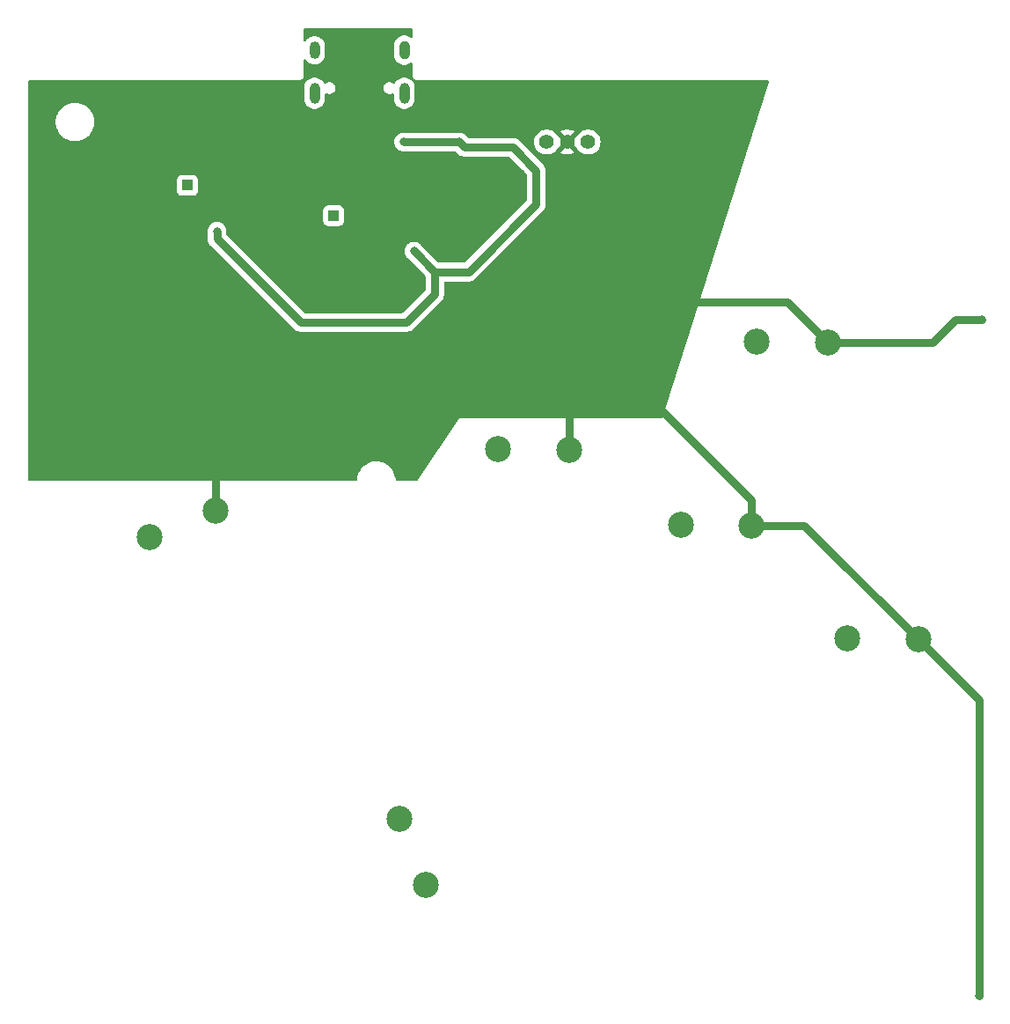
<source format=gbr>
%TF.GenerationSoftware,KiCad,Pcbnew,8.0.4*%
%TF.CreationDate,2024-07-25T19:53:29-07:00*%
%TF.ProjectId,panel_1,70616e65-6c5f-4312-9e6b-696361645f70,rev?*%
%TF.SameCoordinates,Original*%
%TF.FileFunction,Copper,L2,Bot*%
%TF.FilePolarity,Positive*%
%FSLAX46Y46*%
G04 Gerber Fmt 4.6, Leading zero omitted, Abs format (unit mm)*
G04 Created by KiCad (PCBNEW 8.0.4) date 2024-07-25 19:53:29*
%MOMM*%
%LPD*%
G01*
G04 APERTURE LIST*
%TA.AperFunction,ComponentPad*%
%ADD10C,2.500000*%
%TD*%
%TA.AperFunction,ComponentPad*%
%ADD11C,0.600000*%
%TD*%
%TA.AperFunction,ComponentPad*%
%ADD12R,1.000000X1.000000*%
%TD*%
%TA.AperFunction,ComponentPad*%
%ADD13C,1.400000*%
%TD*%
%TA.AperFunction,ComponentPad*%
%ADD14O,1.000000X2.000000*%
%TD*%
%TA.AperFunction,ComponentPad*%
%ADD15O,1.000000X1.800000*%
%TD*%
%TA.AperFunction,ComponentPad*%
%ADD16O,1.000000X1.700000*%
%TD*%
%TA.AperFunction,ViaPad*%
%ADD17C,0.800000*%
%TD*%
%TA.AperFunction,Conductor*%
%ADD18C,0.800000*%
%TD*%
G04 APERTURE END LIST*
D10*
%TO.P,SW8_DP,1,1*%
%TO.N,L2*%
X56190000Y-69451696D03*
%TO.P,SW8_DP,2,2*%
%TO.N,GND*%
X62540000Y-66911696D03*
%TD*%
D11*
%TO.P,,57,GND*%
%TO.N,GND*%
X83700000Y-36840000D03*
%TD*%
%TO.P,,57,GND*%
%TO.N,GND*%
X84716000Y-36840000D03*
%TD*%
D10*
%TO.P,SW19_LEFT,1,1*%
%TO.N,LEFT*%
X89686902Y-60919565D03*
%TO.P,SW19_LEFT,2,2*%
%TO.N,GND*%
X96525553Y-61002951D03*
%TD*%
D12*
%TO.P,TP1,1,1*%
%TO.N,+3.3V*%
X59800000Y-35600000D03*
%TD*%
D10*
%TO.P,SW20_RIGHT,1,1*%
%TO.N,RIGHT*%
X123355978Y-79195322D03*
%TO.P,SW20_RIGHT,2,2*%
%TO.N,GND*%
X130194629Y-79278708D03*
%TD*%
D11*
%TO.P,,57,GND*%
%TO.N,GND*%
X85732000Y-35824000D03*
%TD*%
%TO.P,,57,GND*%
%TO.N,GND*%
X85732000Y-37856000D03*
%TD*%
D10*
%TO.P,SW16_SPACE,1,1*%
%TO.N,/Buttons/SPACE*%
X82770000Y-102870000D03*
%TO.P,SW16_SPACE,2,2*%
%TO.N,GND*%
X80230000Y-96520000D03*
%TD*%
D11*
%TO.P,,57,GND*%
%TO.N,GND*%
X85732000Y-36840000D03*
%TD*%
%TO.P,,57,GND*%
%TO.N,GND*%
X83700000Y-37856000D03*
%TD*%
D13*
%TO.P,J2,1,Pin_1*%
%TO.N,/Main/SWCLK*%
X98380000Y-31430000D03*
%TO.P,J2,2,Pin_2*%
%TO.N,GND*%
X96380000Y-31430000D03*
%TO.P,J2,3,Pin_3*%
%TO.N,/Main/SWDIO*%
X94380000Y-31430000D03*
%TD*%
D11*
%TO.P,,57,GND*%
%TO.N,GND*%
X83700000Y-35824000D03*
%TD*%
D10*
%TO.P,SW17_W,1,1*%
%TO.N,W*%
X114576926Y-50609779D03*
%TO.P,SW17_W,2,2*%
%TO.N,GND*%
X121415577Y-50693165D03*
%TD*%
D11*
%TO.P,,57,GND*%
%TO.N,GND*%
X84716000Y-35824000D03*
%TD*%
%TO.P,,57,GND*%
%TO.N,GND*%
X84716000Y-37856000D03*
%TD*%
D14*
%TO.P,J1,S1,SHIELD*%
%TO.N,Net-(J1-SHIELD)*%
X80700000Y-26745000D03*
D15*
X80700000Y-22605000D03*
D14*
X72060000Y-26745000D03*
D16*
X72060000Y-22605000D03*
%TD*%
D12*
%TO.P,TP2,1,1*%
%TO.N,+1V1*%
X73900000Y-38500000D03*
%TD*%
D10*
%TO.P,SW18_DOWN,1,1*%
%TO.N,DOWN*%
X107286807Y-68209684D03*
%TO.P,SW18_DOWN,2,2*%
%TO.N,GND*%
X114125458Y-68293070D03*
%TD*%
D17*
%TO.N,GND*%
X136000000Y-113500000D03*
X81668000Y-45222000D03*
X71880000Y-33930000D03*
X70873000Y-31252000D03*
X136250000Y-48500000D03*
X54880000Y-39930000D03*
X62745000Y-29220000D03*
X78880000Y-30930000D03*
X98813000Y-35189000D03*
X89380000Y-43430000D03*
X91880000Y-34430000D03*
X76778500Y-41602500D03*
X88500000Y-29000000D03*
X89669000Y-38364000D03*
X68968000Y-39761000D03*
%TO.N,+3.3V*%
X80630000Y-31430000D03*
X86000000Y-31430000D03*
X86880000Y-43930000D03*
X81630000Y-41930000D03*
X62672000Y-40015000D03*
X93380000Y-34180000D03*
%TD*%
D18*
%TO.N,GND*%
X114125458Y-68293070D02*
X114125458Y-65875458D01*
X136000000Y-113500000D02*
X136000000Y-85084079D01*
X96525553Y-54224447D02*
X96750000Y-54000000D01*
X62540000Y-66911696D02*
X62540000Y-63210000D01*
X136250000Y-48500000D02*
X133750000Y-48500000D01*
X117522412Y-46800000D02*
X108200000Y-46800000D01*
X121415577Y-50693165D02*
X117522412Y-46800000D01*
X62540000Y-63210000D02*
X62750000Y-63000000D01*
X136000000Y-85084079D02*
X130194629Y-79278708D01*
X119208991Y-68293070D02*
X114125458Y-68293070D01*
X96525553Y-61002951D02*
X96525553Y-54224447D01*
X133750000Y-48500000D02*
X131556835Y-50693165D01*
X130194629Y-79278708D02*
X119208991Y-68293070D01*
X131556835Y-50693165D02*
X121415577Y-50693165D01*
X114125458Y-65875458D02*
X102250000Y-54000000D01*
%TO.N,+3.3V*%
X83630000Y-43930000D02*
X81630000Y-41930000D01*
X91130000Y-31930000D02*
X93380000Y-34180000D01*
X93380000Y-34180000D02*
X93380000Y-37430000D01*
X93380000Y-37430000D02*
X86880000Y-43930000D01*
X86500000Y-31930000D02*
X91130000Y-31930000D01*
X86000000Y-31430000D02*
X80630000Y-31430000D01*
X86880000Y-43930000D02*
X83630000Y-43930000D01*
X83630000Y-46054000D02*
X83630000Y-43930000D01*
X86000000Y-31430000D02*
X86500000Y-31930000D01*
X62672000Y-40704000D02*
X70746000Y-48778000D01*
X80906000Y-48778000D02*
X83630000Y-46054000D01*
X62672000Y-40015000D02*
X62672000Y-40704000D01*
X70746000Y-48778000D02*
X80906000Y-48778000D01*
%TD*%
%TA.AperFunction,Conductor*%
%TO.N,GND*%
G36*
X81442539Y-20520185D02*
G01*
X81488294Y-20572989D01*
X81499500Y-20624500D01*
X81499500Y-21303929D01*
X81479815Y-21370968D01*
X81427011Y-21416723D01*
X81357853Y-21426667D01*
X81306609Y-21407031D01*
X81173920Y-21318371D01*
X81173907Y-21318364D01*
X80991839Y-21242950D01*
X80991829Y-21242947D01*
X80798543Y-21204500D01*
X80798541Y-21204500D01*
X80601459Y-21204500D01*
X80601457Y-21204500D01*
X80408170Y-21242947D01*
X80408160Y-21242950D01*
X80226092Y-21318364D01*
X80226079Y-21318371D01*
X80062218Y-21427860D01*
X80062214Y-21427863D01*
X79922863Y-21567214D01*
X79922860Y-21567218D01*
X79813371Y-21731079D01*
X79813364Y-21731092D01*
X79737950Y-21913160D01*
X79737947Y-21913170D01*
X79699500Y-22106456D01*
X79699500Y-22106459D01*
X79699500Y-23103541D01*
X79699500Y-23103543D01*
X79699499Y-23103543D01*
X79737947Y-23296829D01*
X79737950Y-23296839D01*
X79813364Y-23478907D01*
X79813371Y-23478920D01*
X79922860Y-23642781D01*
X79922863Y-23642785D01*
X80062214Y-23782136D01*
X80062218Y-23782139D01*
X80226079Y-23891628D01*
X80226092Y-23891635D01*
X80380278Y-23955500D01*
X80408165Y-23967051D01*
X80408169Y-23967051D01*
X80408170Y-23967052D01*
X80601456Y-24005500D01*
X80601459Y-24005500D01*
X80798543Y-24005500D01*
X80928582Y-23979632D01*
X80991835Y-23967051D01*
X81173914Y-23891632D01*
X81306609Y-23802967D01*
X81373286Y-23782090D01*
X81440666Y-23800574D01*
X81487357Y-23852553D01*
X81499500Y-23906070D01*
X81499500Y-25065891D01*
X81533608Y-25193187D01*
X81563234Y-25244500D01*
X81599500Y-25307314D01*
X81692686Y-25400500D01*
X81806814Y-25466392D01*
X81934108Y-25500500D01*
X81934110Y-25500500D01*
X115671170Y-25500500D01*
X115738209Y-25520185D01*
X115783964Y-25572989D01*
X115793908Y-25642147D01*
X115789333Y-25662094D01*
X108147750Y-49678499D01*
X105527492Y-57913597D01*
X105488407Y-57971512D01*
X105424216Y-57999103D01*
X105409329Y-58000000D01*
X86000000Y-58000000D01*
X82036811Y-63944783D01*
X81983246Y-63989644D01*
X81933637Y-64000000D01*
X79974500Y-64000000D01*
X79907461Y-63980315D01*
X79861706Y-63927511D01*
X79851954Y-63882685D01*
X79850766Y-63882763D01*
X79850500Y-63878717D01*
X79850500Y-63878712D01*
X79818838Y-63638211D01*
X79756054Y-63403900D01*
X79663224Y-63179788D01*
X79541936Y-62969711D01*
X79394265Y-62777262D01*
X79394260Y-62777256D01*
X79222743Y-62605739D01*
X79222736Y-62605733D01*
X79030293Y-62458067D01*
X79030292Y-62458066D01*
X79030289Y-62458064D01*
X78820212Y-62336776D01*
X78820205Y-62336773D01*
X78596104Y-62243947D01*
X78478944Y-62212554D01*
X78361789Y-62181162D01*
X78361788Y-62181161D01*
X78361785Y-62181161D01*
X78121289Y-62149500D01*
X78121288Y-62149500D01*
X77878712Y-62149500D01*
X77878711Y-62149500D01*
X77638214Y-62181161D01*
X77403895Y-62243947D01*
X77179794Y-62336773D01*
X77179785Y-62336777D01*
X76969706Y-62458067D01*
X76777263Y-62605733D01*
X76777256Y-62605739D01*
X76605739Y-62777256D01*
X76605733Y-62777263D01*
X76458067Y-62969706D01*
X76336777Y-63179785D01*
X76336773Y-63179794D01*
X76243947Y-63403895D01*
X76181161Y-63638214D01*
X76149499Y-63878717D01*
X76149234Y-63882763D01*
X76147546Y-63882652D01*
X76129815Y-63943039D01*
X76077011Y-63988794D01*
X76025500Y-64000000D01*
X44624500Y-64000000D01*
X44557461Y-63980315D01*
X44511706Y-63927511D01*
X44500500Y-63876000D01*
X44500500Y-40014999D01*
X61766540Y-40014999D01*
X61770821Y-40055731D01*
X61771500Y-40068692D01*
X61771500Y-40792696D01*
X61806103Y-40966658D01*
X61806105Y-40966666D01*
X61832132Y-41029500D01*
X61873987Y-41130548D01*
X61873989Y-41130551D01*
X61884208Y-41145844D01*
X61884210Y-41145847D01*
X61884212Y-41145849D01*
X61940795Y-41230532D01*
X61972537Y-41278038D01*
X61972538Y-41278039D01*
X70046536Y-49352035D01*
X70110299Y-49415798D01*
X70171966Y-49477465D01*
X70319446Y-49576009D01*
X70319459Y-49576016D01*
X70427874Y-49620922D01*
X70483334Y-49643894D01*
X70525935Y-49652368D01*
X70657305Y-49678500D01*
X70657308Y-49678500D01*
X80994693Y-49678500D01*
X80994694Y-49678499D01*
X81168666Y-49643895D01*
X81250606Y-49609953D01*
X81332547Y-49576013D01*
X81332549Y-49576011D01*
X81332552Y-49576010D01*
X81420955Y-49516939D01*
X81420955Y-49516938D01*
X81420959Y-49516936D01*
X81480036Y-49477464D01*
X84329464Y-46628035D01*
X84428013Y-46480547D01*
X84447895Y-46432547D01*
X84495895Y-46316666D01*
X84530500Y-46142692D01*
X84530500Y-45965308D01*
X84530500Y-44954500D01*
X84550185Y-44887461D01*
X84602989Y-44841706D01*
X84654500Y-44830500D01*
X86974645Y-44830500D01*
X86974646Y-44830500D01*
X87060699Y-44812208D01*
X87062134Y-44811912D01*
X87142666Y-44795895D01*
X87142671Y-44795893D01*
X87148495Y-44794127D01*
X87148628Y-44794568D01*
X87159319Y-44791247D01*
X87159509Y-44791206D01*
X87159803Y-44791144D01*
X87234057Y-44758082D01*
X87236955Y-44756837D01*
X87306547Y-44728013D01*
X87307633Y-44727287D01*
X87326095Y-44717104D01*
X87332730Y-44714151D01*
X87393039Y-44670333D01*
X87396966Y-44667595D01*
X87454036Y-44629464D01*
X87459735Y-44623763D01*
X87474533Y-44611124D01*
X87485871Y-44602888D01*
X87531265Y-44552471D01*
X87535697Y-44547801D01*
X94079464Y-38004036D01*
X94118936Y-37944959D01*
X94178013Y-37856547D01*
X94222353Y-37749500D01*
X94245895Y-37692666D01*
X94280500Y-37518692D01*
X94280500Y-37341308D01*
X94280500Y-34233692D01*
X94281179Y-34220731D01*
X94285460Y-34180000D01*
X94281179Y-34139266D01*
X94280500Y-34126306D01*
X94280500Y-34091309D01*
X94272360Y-34050393D01*
X94270656Y-34039156D01*
X94265674Y-33991744D01*
X94255095Y-33959189D01*
X94251412Y-33945075D01*
X94245895Y-33917334D01*
X94227350Y-33872563D01*
X94223986Y-33863442D01*
X94207180Y-33811718D01*
X94207179Y-33811716D01*
X94193426Y-33787896D01*
X94186257Y-33773359D01*
X94180341Y-33759075D01*
X94178695Y-33754474D01*
X94178013Y-33753453D01*
X94147368Y-33707591D01*
X94143088Y-33700708D01*
X94112531Y-33647781D01*
X94112530Y-33647780D01*
X94098637Y-33632350D01*
X94087684Y-33618268D01*
X94079464Y-33605965D01*
X94035724Y-33562225D01*
X94031255Y-33557516D01*
X93985872Y-33507113D01*
X93985871Y-33507112D01*
X93974525Y-33498869D01*
X93959734Y-33486235D01*
X93954035Y-33480536D01*
X91903499Y-31429999D01*
X93174357Y-31429999D01*
X93174357Y-31430000D01*
X93194884Y-31651535D01*
X93194885Y-31651537D01*
X93255769Y-31865523D01*
X93255775Y-31865538D01*
X93354938Y-32064683D01*
X93354943Y-32064691D01*
X93489020Y-32242238D01*
X93653437Y-32392123D01*
X93653439Y-32392125D01*
X93842595Y-32509245D01*
X93842596Y-32509245D01*
X93842599Y-32509247D01*
X94050060Y-32589618D01*
X94268757Y-32630500D01*
X94268759Y-32630500D01*
X94491241Y-32630500D01*
X94491243Y-32630500D01*
X94709940Y-32589618D01*
X94917401Y-32509247D01*
X95034280Y-32436879D01*
X95726672Y-32436879D01*
X95726672Y-32436880D01*
X95842821Y-32508797D01*
X95842822Y-32508798D01*
X96050195Y-32589134D01*
X96268807Y-32630000D01*
X96491193Y-32630000D01*
X96709809Y-32589133D01*
X96917168Y-32508801D01*
X96917181Y-32508795D01*
X97033326Y-32436879D01*
X96380001Y-31783553D01*
X96380000Y-31783553D01*
X95726672Y-32436879D01*
X95034280Y-32436879D01*
X95106562Y-32392124D01*
X95270981Y-32242236D01*
X95405058Y-32064689D01*
X95409232Y-32056305D01*
X95432553Y-32023892D01*
X96026447Y-31430000D01*
X95980369Y-31383922D01*
X96030000Y-31383922D01*
X96030000Y-31476078D01*
X96053852Y-31565095D01*
X96099930Y-31644905D01*
X96165095Y-31710070D01*
X96244905Y-31756148D01*
X96333922Y-31780000D01*
X96426078Y-31780000D01*
X96515095Y-31756148D01*
X96594905Y-31710070D01*
X96660070Y-31644905D01*
X96706148Y-31565095D01*
X96730000Y-31476078D01*
X96730000Y-31429999D01*
X96733553Y-31429999D01*
X96733553Y-31430000D01*
X97327447Y-32023894D01*
X97350765Y-32056301D01*
X97354942Y-32064689D01*
X97489020Y-32242238D01*
X97653437Y-32392123D01*
X97653439Y-32392125D01*
X97842595Y-32509245D01*
X97842596Y-32509245D01*
X97842599Y-32509247D01*
X98050060Y-32589618D01*
X98268757Y-32630500D01*
X98268759Y-32630500D01*
X98491241Y-32630500D01*
X98491243Y-32630500D01*
X98709940Y-32589618D01*
X98917401Y-32509247D01*
X99106562Y-32392124D01*
X99270981Y-32242236D01*
X99405058Y-32064689D01*
X99504229Y-31865528D01*
X99565115Y-31651536D01*
X99585643Y-31430000D01*
X99575342Y-31318838D01*
X99565115Y-31208464D01*
X99565114Y-31208462D01*
X99563341Y-31202231D01*
X99504229Y-30994472D01*
X99504224Y-30994461D01*
X99405061Y-30795316D01*
X99405056Y-30795308D01*
X99270979Y-30617761D01*
X99106562Y-30467876D01*
X99106560Y-30467874D01*
X98917404Y-30350754D01*
X98917398Y-30350752D01*
X98709940Y-30270382D01*
X98491243Y-30229500D01*
X98268757Y-30229500D01*
X98050060Y-30270382D01*
X97921452Y-30320205D01*
X97842601Y-30350752D01*
X97842595Y-30350754D01*
X97653439Y-30467874D01*
X97653437Y-30467876D01*
X97489019Y-30617762D01*
X97489017Y-30617765D01*
X97354943Y-30795309D01*
X97354940Y-30795313D01*
X97350763Y-30803702D01*
X97327448Y-30836103D01*
X96733553Y-31429999D01*
X96730000Y-31429999D01*
X96730000Y-31383922D01*
X96706148Y-31294905D01*
X96660070Y-31215095D01*
X96594905Y-31149930D01*
X96515095Y-31103852D01*
X96426078Y-31080000D01*
X96333922Y-31080000D01*
X96244905Y-31103852D01*
X96165095Y-31149930D01*
X96099930Y-31215095D01*
X96053852Y-31294905D01*
X96030000Y-31383922D01*
X95980369Y-31383922D01*
X95432553Y-30836106D01*
X95409233Y-30803695D01*
X95405060Y-30795315D01*
X95405056Y-30795308D01*
X95270979Y-30617761D01*
X95106562Y-30467876D01*
X95106560Y-30467874D01*
X95034278Y-30423119D01*
X95726671Y-30423119D01*
X96380000Y-31076447D01*
X96380001Y-31076447D01*
X97033327Y-30423119D01*
X96917178Y-30351202D01*
X96917177Y-30351201D01*
X96709804Y-30270865D01*
X96491193Y-30230000D01*
X96268807Y-30230000D01*
X96050195Y-30270865D01*
X95842824Y-30351200D01*
X95842823Y-30351201D01*
X95726671Y-30423119D01*
X95034278Y-30423119D01*
X94917404Y-30350754D01*
X94917398Y-30350752D01*
X94709940Y-30270382D01*
X94491243Y-30229500D01*
X94268757Y-30229500D01*
X94050060Y-30270382D01*
X93921452Y-30320205D01*
X93842601Y-30350752D01*
X93842595Y-30350754D01*
X93653439Y-30467874D01*
X93653437Y-30467876D01*
X93489020Y-30617761D01*
X93354943Y-30795308D01*
X93354938Y-30795316D01*
X93255775Y-30994461D01*
X93255769Y-30994476D01*
X93194885Y-31208462D01*
X93194884Y-31208464D01*
X93174357Y-31429999D01*
X91903499Y-31429999D01*
X91704035Y-31230535D01*
X91704030Y-31230531D01*
X91644961Y-31191064D01*
X91644960Y-31191063D01*
X91556544Y-31131985D01*
X91556542Y-31131984D01*
X91474607Y-31098046D01*
X91474606Y-31098046D01*
X91392666Y-31064105D01*
X91392658Y-31064103D01*
X91218696Y-31029500D01*
X91218692Y-31029500D01*
X91218691Y-31029500D01*
X86924362Y-31029500D01*
X86857323Y-31009815D01*
X86836681Y-30993181D01*
X86655716Y-30812216D01*
X86651246Y-30807506D01*
X86605875Y-30757115D01*
X86605871Y-30757112D01*
X86594531Y-30748873D01*
X86579738Y-30736238D01*
X86574036Y-30730536D01*
X86562373Y-30722743D01*
X86517021Y-30692439D01*
X86513028Y-30689656D01*
X86452732Y-30645850D01*
X86452728Y-30645848D01*
X86446092Y-30642893D01*
X86427643Y-30632719D01*
X86426551Y-30631989D01*
X86426546Y-30631986D01*
X86356993Y-30603177D01*
X86354010Y-30601895D01*
X86279806Y-30568857D01*
X86279804Y-30568856D01*
X86279803Y-30568856D01*
X86279294Y-30568747D01*
X86268632Y-30565437D01*
X86268500Y-30565874D01*
X86262667Y-30564105D01*
X86182222Y-30548103D01*
X86180633Y-30547776D01*
X86094650Y-30529500D01*
X86094646Y-30529500D01*
X86088691Y-30529500D01*
X80724646Y-30529500D01*
X80535354Y-30529500D01*
X80535350Y-30529500D01*
X80449334Y-30547783D01*
X80447745Y-30548110D01*
X80367336Y-30564105D01*
X80361514Y-30565871D01*
X80361382Y-30565437D01*
X80350720Y-30568744D01*
X80350200Y-30568854D01*
X80350199Y-30568854D01*
X80275969Y-30601904D01*
X80272986Y-30603185D01*
X80203457Y-30631984D01*
X80203450Y-30631988D01*
X80202346Y-30632726D01*
X80183911Y-30642892D01*
X80177272Y-30645848D01*
X80177264Y-30645853D01*
X80116976Y-30689653D01*
X80112986Y-30692434D01*
X80055968Y-30730533D01*
X80055958Y-30730542D01*
X80050253Y-30736246D01*
X80035472Y-30748870D01*
X80024129Y-30757111D01*
X80024126Y-30757114D01*
X79978742Y-30807517D01*
X79974277Y-30812222D01*
X79930539Y-30855961D01*
X79930532Y-30855969D01*
X79922310Y-30868275D01*
X79911362Y-30882350D01*
X79897472Y-30897776D01*
X79897467Y-30897784D01*
X79866914Y-30950703D01*
X79862630Y-30957591D01*
X79831988Y-31003450D01*
X79823741Y-31023360D01*
X79816569Y-31037902D01*
X79802824Y-31061710D01*
X79802821Y-31061715D01*
X79786010Y-31113451D01*
X79782643Y-31122578D01*
X79764106Y-31167333D01*
X79758589Y-31195066D01*
X79754905Y-31209183D01*
X79744325Y-31241747D01*
X79739340Y-31289171D01*
X79737638Y-31300396D01*
X79729500Y-31341310D01*
X79729500Y-31376306D01*
X79728821Y-31389266D01*
X79724540Y-31429999D01*
X79728821Y-31470731D01*
X79729500Y-31483692D01*
X79729500Y-31518695D01*
X79737637Y-31559602D01*
X79739341Y-31570831D01*
X79744325Y-31618253D01*
X79744325Y-31618254D01*
X79754904Y-31650811D01*
X79758590Y-31664938D01*
X79764104Y-31692662D01*
X79764105Y-31692664D01*
X79782644Y-31737423D01*
X79786012Y-31746554D01*
X79802819Y-31798279D01*
X79802822Y-31798286D01*
X79816569Y-31822097D01*
X79823742Y-31836643D01*
X79831984Y-31856542D01*
X79862634Y-31902413D01*
X79866919Y-31909304D01*
X79897468Y-31962218D01*
X79897469Y-31962219D01*
X79911357Y-31977643D01*
X79922307Y-31991721D01*
X79930534Y-32004033D01*
X79974274Y-32047773D01*
X79978744Y-32052483D01*
X80024129Y-32102888D01*
X80024131Y-32102890D01*
X80035467Y-32111126D01*
X80050263Y-32123763D01*
X80055961Y-32129461D01*
X80055965Y-32129464D01*
X80112994Y-32167570D01*
X80116967Y-32170339D01*
X80177270Y-32214151D01*
X80183902Y-32217104D01*
X80202361Y-32227283D01*
X80203453Y-32228013D01*
X80273042Y-32256836D01*
X80275987Y-32258102D01*
X80350197Y-32291144D01*
X80350696Y-32291250D01*
X80361370Y-32294562D01*
X80361503Y-32294125D01*
X80367330Y-32295892D01*
X80367334Y-32295894D01*
X80447816Y-32311902D01*
X80449282Y-32312204D01*
X80535354Y-32330500D01*
X80541309Y-32330500D01*
X85575639Y-32330500D01*
X85642678Y-32350185D01*
X85663320Y-32366819D01*
X85800536Y-32504035D01*
X85925965Y-32629464D01*
X86073453Y-32728013D01*
X86121452Y-32747895D01*
X86237334Y-32795895D01*
X86411303Y-32830499D01*
X86411307Y-32830500D01*
X86411308Y-32830500D01*
X86411309Y-32830500D01*
X90705638Y-32830500D01*
X90772677Y-32850185D01*
X90793319Y-32866819D01*
X92443181Y-34516680D01*
X92476666Y-34578003D01*
X92479500Y-34604361D01*
X92479500Y-37005638D01*
X92459815Y-37072677D01*
X92443181Y-37093319D01*
X86543319Y-42993181D01*
X86481996Y-43026666D01*
X86455638Y-43029500D01*
X84054362Y-43029500D01*
X83987323Y-43009815D01*
X83966681Y-42993181D01*
X82285715Y-41312215D01*
X82281245Y-41307505D01*
X82235875Y-41257115D01*
X82235871Y-41257112D01*
X82224531Y-41248873D01*
X82209738Y-41236238D01*
X82204036Y-41230536D01*
X82204032Y-41230533D01*
X82204031Y-41230532D01*
X82147021Y-41192439D01*
X82143028Y-41189657D01*
X82119977Y-41172910D01*
X82082730Y-41145849D01*
X82076081Y-41142888D01*
X82057636Y-41132716D01*
X82057022Y-41132305D01*
X82056546Y-41131987D01*
X82020459Y-41117039D01*
X81986984Y-41103173D01*
X81984039Y-41101907D01*
X81909804Y-41068856D01*
X81909618Y-41068816D01*
X81909294Y-41068747D01*
X81898632Y-41065437D01*
X81898500Y-41065874D01*
X81892667Y-41064105D01*
X81812222Y-41048103D01*
X81810633Y-41047776D01*
X81724650Y-41029500D01*
X81724646Y-41029500D01*
X81535354Y-41029500D01*
X81449306Y-41047789D01*
X81447717Y-41048115D01*
X81367333Y-41064104D01*
X81361508Y-41065871D01*
X81361378Y-41065443D01*
X81350726Y-41068743D01*
X81350202Y-41068854D01*
X81350198Y-41068855D01*
X81275971Y-41101902D01*
X81272994Y-41103181D01*
X81203453Y-41131988D01*
X81203450Y-41131989D01*
X81202342Y-41132730D01*
X81183921Y-41142886D01*
X81177279Y-41145843D01*
X81177273Y-41145847D01*
X81116993Y-41189641D01*
X81113004Y-41192421D01*
X81055967Y-41230533D01*
X81055955Y-41230543D01*
X81050251Y-41236247D01*
X81035468Y-41248872D01*
X81024136Y-41257105D01*
X81024126Y-41257114D01*
X80978751Y-41307507D01*
X80974286Y-41312212D01*
X80930539Y-41355960D01*
X80930532Y-41355968D01*
X80922308Y-41368277D01*
X80911361Y-41382352D01*
X80897468Y-41397782D01*
X80897467Y-41397783D01*
X80866907Y-41450713D01*
X80862626Y-41457597D01*
X80831987Y-41503454D01*
X80823742Y-41523357D01*
X80816575Y-41537890D01*
X80802820Y-41561716D01*
X80802818Y-41561721D01*
X80786010Y-41613449D01*
X80782642Y-41622580D01*
X80764105Y-41667333D01*
X80764103Y-41667341D01*
X80758588Y-41695067D01*
X80754902Y-41709193D01*
X80744326Y-41741743D01*
X80744325Y-41741746D01*
X80739341Y-41789160D01*
X80737639Y-41800384D01*
X80729500Y-41841307D01*
X80729500Y-41876306D01*
X80728821Y-41889266D01*
X80724540Y-41929999D01*
X80728821Y-41970731D01*
X80729500Y-41983692D01*
X80729500Y-42018692D01*
X80737639Y-42059614D01*
X80739341Y-42070839D01*
X80744325Y-42118249D01*
X80744326Y-42118256D01*
X80754903Y-42150807D01*
X80758587Y-42164927D01*
X80764105Y-42192665D01*
X80764106Y-42192670D01*
X80782641Y-42237417D01*
X80786011Y-42246550D01*
X80802820Y-42298282D01*
X80816571Y-42322100D01*
X80823743Y-42336644D01*
X80831986Y-42356544D01*
X80831988Y-42356547D01*
X80862626Y-42402402D01*
X80866910Y-42409290D01*
X80897467Y-42462216D01*
X80911355Y-42477640D01*
X80922307Y-42491721D01*
X80930535Y-42504035D01*
X80974283Y-42547783D01*
X80978752Y-42552492D01*
X81024129Y-42602888D01*
X81035467Y-42611125D01*
X81050261Y-42623761D01*
X82693181Y-44266681D01*
X82726666Y-44328004D01*
X82729500Y-44354362D01*
X82729500Y-45629638D01*
X82709815Y-45696677D01*
X82693181Y-45717319D01*
X80569319Y-47841181D01*
X80507996Y-47874666D01*
X80481638Y-47877500D01*
X71170361Y-47877500D01*
X71103322Y-47857815D01*
X71082680Y-47841181D01*
X63608819Y-40367319D01*
X63575334Y-40305996D01*
X63572500Y-40279638D01*
X63572500Y-40068692D01*
X63573179Y-40055731D01*
X63577460Y-40015000D01*
X63573179Y-39974266D01*
X63572500Y-39961306D01*
X63572500Y-39926309D01*
X63564360Y-39885393D01*
X63562656Y-39874156D01*
X63557674Y-39826744D01*
X63547094Y-39794183D01*
X63543409Y-39780059D01*
X63537895Y-39752339D01*
X63537894Y-39752338D01*
X63537894Y-39752334D01*
X63519352Y-39707569D01*
X63515990Y-39698455D01*
X63499181Y-39646720D01*
X63499178Y-39646715D01*
X63485424Y-39622892D01*
X63478256Y-39608355D01*
X63470014Y-39588456D01*
X63470013Y-39588454D01*
X63470013Y-39588453D01*
X63439359Y-39542577D01*
X63435088Y-39535708D01*
X63404534Y-39482785D01*
X63404530Y-39482780D01*
X63390637Y-39467350D01*
X63379684Y-39453268D01*
X63373356Y-39443797D01*
X63371464Y-39440965D01*
X63327721Y-39397222D01*
X63323253Y-39392514D01*
X63277871Y-39342112D01*
X63277870Y-39342111D01*
X63266527Y-39333870D01*
X63251737Y-39321238D01*
X63246035Y-39315536D01*
X63189008Y-39277431D01*
X63185016Y-39274649D01*
X63140539Y-39242335D01*
X63124730Y-39230849D01*
X63118092Y-39227893D01*
X63099643Y-39217719D01*
X63098551Y-39216989D01*
X63098546Y-39216986D01*
X63028993Y-39188177D01*
X63026010Y-39186895D01*
X62951806Y-39153856D01*
X62951797Y-39153853D01*
X62951285Y-39153745D01*
X62940626Y-39150438D01*
X62940494Y-39150874D01*
X62934667Y-39149106D01*
X62934666Y-39149106D01*
X62934663Y-39149105D01*
X62934662Y-39149105D01*
X62854268Y-39133113D01*
X62852715Y-39132794D01*
X62766646Y-39114500D01*
X62577354Y-39114500D01*
X62577350Y-39114500D01*
X62491334Y-39132783D01*
X62489745Y-39133110D01*
X62409336Y-39149105D01*
X62403514Y-39150871D01*
X62403382Y-39150437D01*
X62392720Y-39153744D01*
X62392200Y-39153854D01*
X62392199Y-39153854D01*
X62317969Y-39186904D01*
X62314986Y-39188185D01*
X62245457Y-39216984D01*
X62245450Y-39216988D01*
X62244346Y-39217726D01*
X62225911Y-39227892D01*
X62219272Y-39230848D01*
X62219264Y-39230853D01*
X62158976Y-39274653D01*
X62154986Y-39277434D01*
X62097968Y-39315533D01*
X62097958Y-39315542D01*
X62092253Y-39321246D01*
X62077472Y-39333870D01*
X62066129Y-39342111D01*
X62066127Y-39342113D01*
X62020745Y-39392515D01*
X62016278Y-39397222D01*
X61972538Y-39440961D01*
X61972532Y-39440969D01*
X61964310Y-39453275D01*
X61953362Y-39467350D01*
X61939472Y-39482776D01*
X61939467Y-39482784D01*
X61908914Y-39535703D01*
X61904630Y-39542591D01*
X61873988Y-39588450D01*
X61865741Y-39608360D01*
X61858569Y-39622902D01*
X61844824Y-39646710D01*
X61844821Y-39646715D01*
X61828010Y-39698451D01*
X61824643Y-39707578D01*
X61806106Y-39752333D01*
X61800589Y-39780066D01*
X61796905Y-39794183D01*
X61786325Y-39826747D01*
X61781340Y-39874171D01*
X61779638Y-39885396D01*
X61771500Y-39926310D01*
X61771500Y-39961306D01*
X61770821Y-39974266D01*
X61766540Y-40014999D01*
X44500500Y-40014999D01*
X44500500Y-37952135D01*
X72899500Y-37952135D01*
X72899500Y-39047870D01*
X72899501Y-39047876D01*
X72905908Y-39107483D01*
X72956202Y-39242328D01*
X72956206Y-39242335D01*
X73042452Y-39357544D01*
X73042455Y-39357547D01*
X73157664Y-39443793D01*
X73157671Y-39443797D01*
X73292517Y-39494091D01*
X73292516Y-39494091D01*
X73299444Y-39494835D01*
X73352127Y-39500500D01*
X74447872Y-39500499D01*
X74507483Y-39494091D01*
X74642331Y-39443796D01*
X74757546Y-39357546D01*
X74843796Y-39242331D01*
X74894091Y-39107483D01*
X74900500Y-39047873D01*
X74900499Y-37952128D01*
X74894091Y-37892517D01*
X74843796Y-37757669D01*
X74843795Y-37757668D01*
X74843793Y-37757664D01*
X74757547Y-37642455D01*
X74757544Y-37642452D01*
X74642335Y-37556206D01*
X74642328Y-37556202D01*
X74507482Y-37505908D01*
X74507483Y-37505908D01*
X74447883Y-37499501D01*
X74447881Y-37499500D01*
X74447873Y-37499500D01*
X74447864Y-37499500D01*
X73352129Y-37499500D01*
X73352123Y-37499501D01*
X73292516Y-37505908D01*
X73157671Y-37556202D01*
X73157664Y-37556206D01*
X73042455Y-37642452D01*
X73042452Y-37642455D01*
X72956206Y-37757664D01*
X72956202Y-37757671D01*
X72905908Y-37892517D01*
X72899501Y-37952116D01*
X72899501Y-37952123D01*
X72899500Y-37952135D01*
X44500500Y-37952135D01*
X44500500Y-35052135D01*
X58799500Y-35052135D01*
X58799500Y-36147870D01*
X58799501Y-36147876D01*
X58805908Y-36207483D01*
X58856202Y-36342328D01*
X58856206Y-36342335D01*
X58942452Y-36457544D01*
X58942455Y-36457547D01*
X59057664Y-36543793D01*
X59057671Y-36543797D01*
X59192517Y-36594091D01*
X59192516Y-36594091D01*
X59199444Y-36594835D01*
X59252127Y-36600500D01*
X60347872Y-36600499D01*
X60407483Y-36594091D01*
X60542331Y-36543796D01*
X60657546Y-36457546D01*
X60743796Y-36342331D01*
X60794091Y-36207483D01*
X60800500Y-36147873D01*
X60800499Y-35052128D01*
X60794091Y-34992517D01*
X60743796Y-34857669D01*
X60743795Y-34857668D01*
X60743793Y-34857664D01*
X60657547Y-34742455D01*
X60657544Y-34742452D01*
X60542335Y-34656206D01*
X60542328Y-34656202D01*
X60407482Y-34605908D01*
X60407483Y-34605908D01*
X60347883Y-34599501D01*
X60347881Y-34599500D01*
X60347873Y-34599500D01*
X60347864Y-34599500D01*
X59252129Y-34599500D01*
X59252123Y-34599501D01*
X59192516Y-34605908D01*
X59057671Y-34656202D01*
X59057664Y-34656206D01*
X58942455Y-34742452D01*
X58942452Y-34742455D01*
X58856206Y-34857664D01*
X58856202Y-34857671D01*
X58805908Y-34992517D01*
X58799501Y-35052116D01*
X58799501Y-35052123D01*
X58799500Y-35052135D01*
X44500500Y-35052135D01*
X44500500Y-29378711D01*
X47149500Y-29378711D01*
X47149500Y-29621288D01*
X47181161Y-29861785D01*
X47243947Y-30096104D01*
X47336773Y-30320205D01*
X47336777Y-30320214D01*
X47354668Y-30351202D01*
X47458064Y-30530289D01*
X47458066Y-30530292D01*
X47458067Y-30530293D01*
X47605733Y-30722736D01*
X47605739Y-30722743D01*
X47777256Y-30894260D01*
X47777263Y-30894266D01*
X47855396Y-30954219D01*
X47969711Y-31041936D01*
X48179788Y-31163224D01*
X48403900Y-31256054D01*
X48638211Y-31318838D01*
X48808898Y-31341309D01*
X48878711Y-31350500D01*
X48878712Y-31350500D01*
X49121289Y-31350500D01*
X49191094Y-31341310D01*
X49361789Y-31318838D01*
X49596100Y-31256054D01*
X49820212Y-31163224D01*
X50030289Y-31041936D01*
X50222738Y-30894265D01*
X50394265Y-30722738D01*
X50541936Y-30530289D01*
X50663224Y-30320212D01*
X50756054Y-30096100D01*
X50818838Y-29861789D01*
X50850500Y-29621288D01*
X50850500Y-29378712D01*
X50818838Y-29138211D01*
X50756054Y-28903900D01*
X50663224Y-28679788D01*
X50541936Y-28469711D01*
X50394265Y-28277262D01*
X50394260Y-28277256D01*
X50222743Y-28105739D01*
X50222736Y-28105733D01*
X50030293Y-27958067D01*
X50030292Y-27958066D01*
X50030289Y-27958064D01*
X49820212Y-27836776D01*
X49820205Y-27836773D01*
X49596104Y-27743947D01*
X49361785Y-27681161D01*
X49121289Y-27649500D01*
X49121288Y-27649500D01*
X48878712Y-27649500D01*
X48878711Y-27649500D01*
X48638214Y-27681161D01*
X48403895Y-27743947D01*
X48179794Y-27836773D01*
X48179785Y-27836777D01*
X47969706Y-27958067D01*
X47777263Y-28105733D01*
X47777256Y-28105739D01*
X47605739Y-28277256D01*
X47605733Y-28277263D01*
X47458067Y-28469706D01*
X47336777Y-28679785D01*
X47336773Y-28679794D01*
X47243947Y-28903895D01*
X47181161Y-29138214D01*
X47149500Y-29378711D01*
X44500500Y-29378711D01*
X44500500Y-27343543D01*
X71059499Y-27343543D01*
X71097947Y-27536829D01*
X71097950Y-27536839D01*
X71173364Y-27718907D01*
X71173371Y-27718920D01*
X71282860Y-27882781D01*
X71282863Y-27882785D01*
X71422214Y-28022136D01*
X71422218Y-28022139D01*
X71586079Y-28131628D01*
X71586092Y-28131635D01*
X71768160Y-28207049D01*
X71768165Y-28207051D01*
X71768169Y-28207051D01*
X71768170Y-28207052D01*
X71961456Y-28245500D01*
X71961459Y-28245500D01*
X72158543Y-28245500D01*
X72288582Y-28219632D01*
X72351835Y-28207051D01*
X72533914Y-28131632D01*
X72697782Y-28022139D01*
X72837139Y-27882782D01*
X72946632Y-27718914D01*
X73022051Y-27536835D01*
X73060500Y-27343541D01*
X73060500Y-26873446D01*
X73080185Y-26806407D01*
X73132989Y-26760652D01*
X73202147Y-26750708D01*
X73246502Y-26766060D01*
X73272862Y-26781280D01*
X73272864Y-26781280D01*
X73272865Y-26781281D01*
X73419234Y-26820500D01*
X73419236Y-26820500D01*
X73570764Y-26820500D01*
X73570766Y-26820500D01*
X73717135Y-26781281D01*
X73848365Y-26705515D01*
X73955515Y-26598365D01*
X74031281Y-26467135D01*
X74070500Y-26320766D01*
X74070500Y-26169234D01*
X78689500Y-26169234D01*
X78689500Y-26320765D01*
X78728719Y-26467136D01*
X78766602Y-26532750D01*
X78804485Y-26598365D01*
X78911635Y-26705515D01*
X79042865Y-26781281D01*
X79189234Y-26820500D01*
X79189236Y-26820500D01*
X79340764Y-26820500D01*
X79340766Y-26820500D01*
X79487135Y-26781281D01*
X79513498Y-26766059D01*
X79581398Y-26749586D01*
X79647425Y-26772437D01*
X79690617Y-26827358D01*
X79699500Y-26873446D01*
X79699500Y-27343541D01*
X79699500Y-27343543D01*
X79699499Y-27343543D01*
X79737947Y-27536829D01*
X79737950Y-27536839D01*
X79813364Y-27718907D01*
X79813371Y-27718920D01*
X79922860Y-27882781D01*
X79922863Y-27882785D01*
X80062214Y-28022136D01*
X80062218Y-28022139D01*
X80226079Y-28131628D01*
X80226092Y-28131635D01*
X80408160Y-28207049D01*
X80408165Y-28207051D01*
X80408169Y-28207051D01*
X80408170Y-28207052D01*
X80601456Y-28245500D01*
X80601459Y-28245500D01*
X80798543Y-28245500D01*
X80928582Y-28219632D01*
X80991835Y-28207051D01*
X81173914Y-28131632D01*
X81337782Y-28022139D01*
X81477139Y-27882782D01*
X81586632Y-27718914D01*
X81662051Y-27536835D01*
X81700500Y-27343541D01*
X81700500Y-26146459D01*
X81700500Y-26146456D01*
X81662052Y-25953170D01*
X81662051Y-25953169D01*
X81662051Y-25953165D01*
X81636565Y-25891635D01*
X81586635Y-25771092D01*
X81586628Y-25771079D01*
X81477139Y-25607218D01*
X81477136Y-25607214D01*
X81337785Y-25467863D01*
X81337781Y-25467860D01*
X81173920Y-25358371D01*
X81173907Y-25358364D01*
X80991839Y-25282950D01*
X80991829Y-25282947D01*
X80798543Y-25244500D01*
X80798541Y-25244500D01*
X80601459Y-25244500D01*
X80601457Y-25244500D01*
X80408170Y-25282947D01*
X80408160Y-25282950D01*
X80226092Y-25358364D01*
X80226079Y-25358371D01*
X80062218Y-25467860D01*
X80062214Y-25467863D01*
X79922863Y-25607214D01*
X79922860Y-25607218D01*
X79813836Y-25770383D01*
X79760223Y-25815188D01*
X79690898Y-25823895D01*
X79627871Y-25793740D01*
X79623053Y-25789173D01*
X79618367Y-25784487D01*
X79618365Y-25784485D01*
X79552750Y-25746602D01*
X79487136Y-25708719D01*
X79413950Y-25689109D01*
X79340766Y-25669500D01*
X79189234Y-25669500D01*
X79042863Y-25708719D01*
X78911635Y-25784485D01*
X78911632Y-25784487D01*
X78804487Y-25891632D01*
X78804485Y-25891635D01*
X78728719Y-26022863D01*
X78689500Y-26169234D01*
X74070500Y-26169234D01*
X74031281Y-26022865D01*
X73955515Y-25891635D01*
X73848365Y-25784485D01*
X73782750Y-25746602D01*
X73717136Y-25708719D01*
X73643950Y-25689109D01*
X73570766Y-25669500D01*
X73419234Y-25669500D01*
X73272863Y-25708719D01*
X73141635Y-25784485D01*
X73141629Y-25784489D01*
X73136941Y-25789178D01*
X73075616Y-25822660D01*
X73005925Y-25817673D01*
X72949993Y-25775799D01*
X72946183Y-25770415D01*
X72837139Y-25607218D01*
X72837137Y-25607215D01*
X72697785Y-25467863D01*
X72697781Y-25467860D01*
X72533920Y-25358371D01*
X72533907Y-25358364D01*
X72351839Y-25282950D01*
X72351829Y-25282947D01*
X72158543Y-25244500D01*
X72158541Y-25244500D01*
X71961459Y-25244500D01*
X71961457Y-25244500D01*
X71768170Y-25282947D01*
X71768160Y-25282950D01*
X71586092Y-25358364D01*
X71586079Y-25358371D01*
X71422218Y-25467860D01*
X71422214Y-25467863D01*
X71282863Y-25607214D01*
X71282860Y-25607218D01*
X71173371Y-25771079D01*
X71173364Y-25771092D01*
X71097950Y-25953160D01*
X71097947Y-25953170D01*
X71059500Y-26146456D01*
X71059500Y-26146459D01*
X71059500Y-27343541D01*
X71059500Y-27343543D01*
X71059499Y-27343543D01*
X44500500Y-27343543D01*
X44500500Y-25624500D01*
X44520185Y-25557461D01*
X44572989Y-25511706D01*
X44624500Y-25500500D01*
X70565890Y-25500500D01*
X70565892Y-25500500D01*
X70693186Y-25466392D01*
X70807314Y-25400500D01*
X70900500Y-25307314D01*
X70966392Y-25193186D01*
X71000500Y-25065892D01*
X71000500Y-23578972D01*
X71020185Y-23511933D01*
X71072989Y-23466178D01*
X71142147Y-23456234D01*
X71205703Y-23485259D01*
X71227602Y-23510082D01*
X71282857Y-23592777D01*
X71282863Y-23592785D01*
X71422214Y-23732136D01*
X71422218Y-23732139D01*
X71586079Y-23841628D01*
X71586092Y-23841635D01*
X71741654Y-23906070D01*
X71768165Y-23917051D01*
X71768169Y-23917051D01*
X71768170Y-23917052D01*
X71961456Y-23955500D01*
X71961459Y-23955500D01*
X72158543Y-23955500D01*
X72288582Y-23929632D01*
X72351835Y-23917051D01*
X72533914Y-23841632D01*
X72697782Y-23732139D01*
X72837139Y-23592782D01*
X72946632Y-23428914D01*
X73022051Y-23246835D01*
X73050554Y-23103543D01*
X73060500Y-23053543D01*
X73060500Y-22156456D01*
X73022052Y-21963170D01*
X73022051Y-21963169D01*
X73022051Y-21963165D01*
X73001343Y-21913170D01*
X72946635Y-21781092D01*
X72946628Y-21781079D01*
X72837139Y-21617218D01*
X72837136Y-21617214D01*
X72697785Y-21477863D01*
X72697781Y-21477860D01*
X72533920Y-21368371D01*
X72533907Y-21368364D01*
X72351839Y-21292950D01*
X72351829Y-21292947D01*
X72158543Y-21254500D01*
X72158541Y-21254500D01*
X71961459Y-21254500D01*
X71961457Y-21254500D01*
X71768170Y-21292947D01*
X71768160Y-21292950D01*
X71586092Y-21368364D01*
X71586079Y-21368371D01*
X71422218Y-21477860D01*
X71422214Y-21477863D01*
X71282863Y-21617214D01*
X71282860Y-21617218D01*
X71227602Y-21699918D01*
X71173990Y-21744723D01*
X71104665Y-21753430D01*
X71041637Y-21723275D01*
X71004918Y-21663832D01*
X71000500Y-21631027D01*
X71000500Y-20624500D01*
X71020185Y-20557461D01*
X71072989Y-20511706D01*
X71124500Y-20500500D01*
X81375500Y-20500500D01*
X81442539Y-20520185D01*
G37*
%TD.AperFunction*%
%TD*%
M02*

</source>
